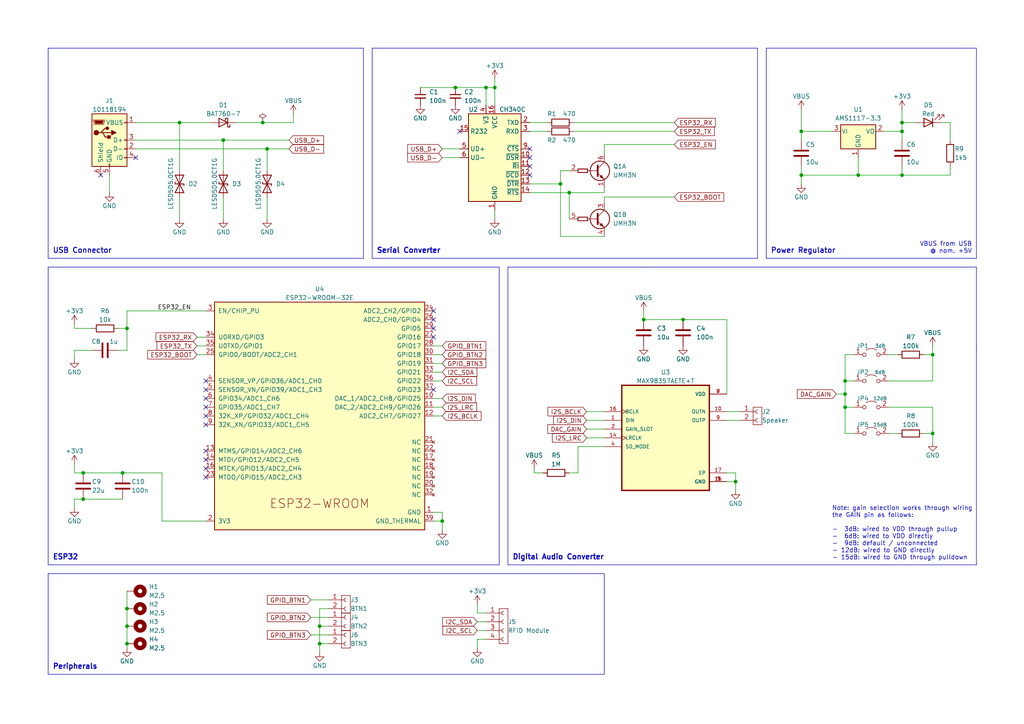
<source format=kicad_sch>
(kicad_sch (version 20230121) (generator eeschema)
  (paper "A4")
  (title_block (title "Home Assistant") (date "2023-10-22") (rev "1.0"))
  (lib_symbols
    (symbol "Connector:Conn_01x02_Female" (pin_names (offset 1.016) hide)
      (property "Reference" "J" (at 0 2.54 0))
      (property "Value" "Conn_01x02_Female" (at 0 -5.08 0))
      (symbol "Conn_01x02_Female_1_1"
        (pin passive line (at -5.08 0 0) (length 3.81) (name "Pin_1") (number "1"))
        (pin passive line (at -5.08 -2.54 0) (length 3.81) (name "Pin_2") (number "2"))
      )
    )
    (symbol "Connector:Conn_01x04_Female" (pin_names (offset 1.016) hide)
      (property "Reference" "J" (at 0 5.08 0))
      (property "Value" "Conn_01x04_Female" (at 0 -7.62 0))
      (symbol "Conn_01x04_Female_1_1"
        (pin passive line (at -5.08 2.54 0) (length 3.81) (name "Pin_1") (number "1"))
        (pin passive line (at -5.08 0 0) (length 3.81) (name "Pin_2") (number "2"))
        (pin passive line (at -5.08 -2.54 0) (length 3.81) (name "Pin_3") (number "3"))
        (pin passive line (at -5.08 -5.08 0) (length 3.81) (name "Pin_4") (number "4"))
      )
    )
    (symbol "Connector:USB_B_Micro" (pin_names (offset 1.016))
      (property "Reference" "J" (at -5.08 11.43 0))
      (property "Value" "USB_B_Micro" (at -5.08 8.89 0))
      (symbol "USB_B_Micro_1_1"
        (pin power_out line (at 7.62 5.08 180) (length 2.54) (name "VBUS") (number "1"))
        (pin bidirectional line (at 7.62 -2.54 180) (length 2.54) (name "D-") (number "2"))
        (pin bidirectional line (at 7.62 0 180) (length 2.54) (name "D+") (number "3"))
        (pin passive line (at 7.62 -5.08 180) (length 2.54) (name "ID") (number "4"))
        (pin power_out line (at 0 -10.16 90) (length 2.54) (name "GND") (number "5"))
        (pin passive line (at -2.54 -10.16 90) (length 2.54) (name "Shield") (number "6"))
      )
    )
    (symbol "Device:C" (pin_numbers hide) (pin_names (offset 0.254))
      (property "Reference" "C" (at 0.635 2.54 0))
      (property "Value" "C" (at 0.635 -2.54 0))
      (symbol "C_1_1"
        (pin passive line (at 0 3.81 270) (length 2.794) (name "~") (number "1"))
        (pin passive line (at 0 -3.81 90) (length 2.794) (name "~") (number "2"))
      )
    )
    (symbol "Device:C_Small" (pin_numbers hide) (pin_names (offset 0.254) hide)
      (property "Reference" "C" (at 0.254 1.778 0))
      (property "Value" "C_Small" (at 0.254 -2.032 0))
      (symbol "C_Small_1_1"
        (pin passive line (at 0 2.54 270) (length 2.032) (name "~") (number "1"))
        (pin passive line (at 0 -2.54 90) (length 2.032) (name "~") (number "2"))
      )
    )
    (symbol "Device:D_Schottky" (pin_numbers hide) (pin_names (offset 1.016) hide)
      (property "Reference" "D" (at 0 2.54 0))
      (property "Value" "D_Schottky" (at 0 -2.54 0))
      (symbol "D_Schottky_1_1"
        (pin passive line (at -3.81 0 0) (length 2.54) (name "K") (number "1"))
        (pin passive line (at 3.81 0 180) (length 2.54) (name "A") (number "2"))
      )
    )
    (symbol "Device:D_TVS" (pin_numbers hide) (pin_names (offset 1.016) hide)
      (property "Reference" "D" (at 0 2.54 0))
      (property "Value" "D_TVS" (at 0 -2.54 0))
      (symbol "D_TVS_1_1"
        (pin passive line (at -3.81 0 0) (length 2.54) (name "A1") (number "1"))
        (pin passive line (at 3.81 0 180) (length 2.54) (name "A2") (number "2"))
      )
    )
    (symbol "Device:LED" (pin_numbers hide) (pin_names (offset 1.016) hide)
      (property "Reference" "D" (at 0 2.54 0))
      (property "Value" "LED" (at 0 -2.54 0))
      (symbol "LED_1_1"
        (pin passive line (at -3.81 0 0) (length 2.54) (name "K") (number "1"))
        (pin passive line (at 3.81 0 180) (length 2.54) (name "A") (number "2"))
      )
    )
    (symbol "Device:R" (pin_numbers hide) (pin_names (offset 0))
      (property "Reference" "R" (at 2.032 0 90))
      (property "Value" "R" (at 0 0 90))
      (symbol "R_1_1"
        (pin passive line (at 0 3.81 270) (length 1.27) (name "~") (number "1"))
        (pin passive line (at 0 -3.81 90) (length 1.27) (name "~") (number "2"))
      )
    )
    (symbol "Espressif:ESP32-WROOM-E" (pin_names (offset 1.016))
      (property "Reference" "U" (at -30.48 38.1 0))
      (property "Value" "ESP32-WROOM-E" (at -30.48 35.56 0))
      (symbol "ESP32-WROOM-E_1_1"
        (text "ESP32-­WROOM­" (at 0 -25.4 0) (effects (font (size 2.54 2.54))))
        (pin power_in line (at 33.02 -27.94 180) (length 2.54) (name "GND") (number "1"))
        (pin bidirectional line (at 33.02 5.08 180) (length 2.54) (name "DAC_1/ADC2_CH8/GPIO25") (number "10"))
        (pin bidirectional line (at 33.02 2.54 180) (length 2.54) (name "DAC_2/ADC2_CH9/GPIO26") (number "11"))
        (pin bidirectional line (at 33.02 0 180) (length 2.54) (name "ADC2_CH7/GPIO27") (number "12"))
        (pin bidirectional line (at -33.02 -10.16 0) (length 2.54) (name "MTMS/GPIO14/ADC2_CH6") (number "13"))
        (pin bidirectional line (at -33.02 -12.7 0) (length 2.54) (name "MTDI/GPIO12/ADC2_CH5") (number "14"))
        (pin passive line (at 33.02 -27.94 180) (length 2.54) hide (name "GND") (number "15"))
        (pin bidirectional line (at -33.02 -15.24 0) (length 2.54) (name "MTCK/GPIO13/ADC2_CH4") (number "16"))
        (pin no_connect line (at 33.02 -12.7 180) (length 2.54) (name "NC") (number "17"))
        (pin no_connect line (at 33.02 -15.24 180) (length 2.54) (name "NC") (number "18"))
        (pin no_connect line (at 33.02 -17.78 180) (length 2.54) (name "NC") (number "19"))
        (pin power_in line (at -33.02 -30.48 0) (length 2.54) (name "3V3") (number "2"))
        (pin no_connect line (at 33.02 -20.32 180) (length 2.54) (name "NC") (number "20"))
        (pin no_connect line (at 33.02 -7.62 180) (length 2.54) (name "NC") (number "21"))
        (pin no_connect line (at 33.02 -10.16 180) (length 2.54) (name "NC") (number "22"))
        (pin bidirectional line (at -33.02 -17.78 0) (length 2.54) (name "MTDO/GPIO15/ADC2_CH3") (number "23"))
        (pin bidirectional line (at 33.02 30.48 180) (length 2.54) (name "ADC2_CH2/GPIO2") (number "24"))
        (pin bidirectional line (at -33.02 17.78 0) (length 2.54) (name "GPIO0/BOOT/ADC2_CH1") (number "25"))
        (pin bidirectional line (at 33.02 27.94 180) (length 2.54) (name "ADC2_CH0/GPIO4") (number "26"))
        (pin bidirectional line (at 33.02 22.86 180) (length 2.54) (name "GPIO16") (number "27"))
        (pin bidirectional line (at 33.02 20.32 180) (length 2.54) (name "GPIO17") (number "28"))
        (pin bidirectional line (at 33.02 25.4 180) (length 2.54) (name "GPIO5") (number "29"))
        (pin input line (at -33.02 30.48 0) (length 2.54) (name "EN/CHIP_PU") (number "3"))
        (pin bidirectional line (at 33.02 17.78 180) (length 2.54) (name "GPIO18") (number "30"))
        (pin bidirectional line (at 33.02 15.24 180) (length 2.54) (name "GPIO19") (number "31"))
        (pin no_connect line (at 33.02 -22.86 180) (length 2.54) (name "NC") (number "32"))
        (pin bidirectional line (at 33.02 12.7 180) (length 2.54) (name "GPIO21") (number "33"))
        (pin bidirectional line (at -33.02 22.86 0) (length 2.54) (name "U0RXD/GPIO3") (number "34"))
        (pin bidirectional line (at -33.02 20.32 0) (length 2.54) (name "U0TXD/GPIO1") (number "35"))
        (pin bidirectional line (at 33.02 10.16 180) (length 2.54) (name "GPIO22") (number "36"))
        (pin bidirectional line (at 33.02 7.62 180) (length 2.54) (name "GPIO23") (number "37"))
        (pin passive line (at 33.02 -27.94 180) (length 2.54) hide (name "GND") (number "38"))
        (pin power_in line (at 33.02 -30.48 180) (length 2.54) (name "GND_THERMAL") (number "39"))
        (pin input line (at -33.02 10.16 0) (length 2.54) (name "SENSOR_VP/GPIO36/ADC1_CH0") (number "4"))
        (pin input line (at -33.02 7.62 0) (length 2.54) (name "SENSOR_VN/GPIO39/ADC1_CH3") (number "5"))
        (pin input line (at -33.02 5.08 0) (length 2.54) (name "GPIO34/ADC1_CH6") (number "6"))
        (pin input line (at -33.02 2.54 0) (length 2.54) (name "GPIO35/ADC1_CH7") (number "7"))
        (pin bidirectional line (at -33.02 0 0) (length 2.54) (name "32K_XP/GPIO32/ADC1_CH4") (number "8"))
        (pin bidirectional line (at -33.02 -2.54 0) (length 2.54) (name "32K_XN/GPIO33/ADC1_CH5") (number "9"))
      )
    )
    (symbol "Interface_USB:CH340C"
      (property "Reference" "U" (at -5.08 13.97 0))
      (property "Value" "CH340C" (at 1.27 13.97 0))
      (symbol "CH340C_1_1"
        (pin power_in line (at 0 -15.24 90) (length 2.54) (name "GND") (number "1"))
        (pin input line (at 10.16 0 180) (length 2.54) (name "~{DSR}") (number "10"))
        (pin input line (at 10.16 -2.54 180) (length 2.54) (name "~{RI}") (number "11"))
        (pin input line (at 10.16 -5.08 180) (length 2.54) (name "~{DCD}") (number "12"))
        (pin output line (at 10.16 -7.62 180) (length 2.54) (name "~{DTR}") (number "13"))
        (pin output line (at 10.16 -10.16 180) (length 2.54) (name "~{RTS}") (number "14"))
        (pin input line (at -10.16 7.62 0) (length 2.54) (name "R232") (number "15"))
        (pin power_in line (at 0 15.24 270) (length 2.54) (name "VCC") (number "16"))
        (pin output line (at 10.16 10.16 180) (length 2.54) (name "TXD") (number "2"))
        (pin input line (at 10.16 7.62 180) (length 2.54) (name "RXD") (number "3"))
        (pin passive line (at -2.54 15.24 270) (length 2.54) (name "V3") (number "4"))
        (pin bidirectional line (at -10.16 2.54 0) (length 2.54) (name "UD+") (number "5"))
        (pin bidirectional line (at -10.16 0 0) (length 2.54) (name "UD-") (number "6"))
        (pin no_connect line (at -7.62 -7.62 0) (length 2.54) hide (name "NC") (number "7"))
        (pin no_connect line (at -7.62 -10.16 0) (length 2.54) hide (name "NC") (number "8"))
        (pin input line (at 10.16 2.54 180) (length 2.54) (name "~{CTS}") (number "9"))
      )
    )
    (symbol "Jumper:Jumper_2_Open" (pin_names (offset 0) hide)
      (property "Reference" "JP" (at 0 2.794 0))
      (property "Value" "Jumper_2_Open" (at 0 -2.286 0))
      (symbol "Jumper_2_Open_1_1"
        (pin passive line (at -5.08 0 0) (length 2.54) (name "A") (number "1"))
        (pin passive line (at 5.08 0 180) (length 2.54) (name "B") (number "2"))
      )
    )
    (symbol "MAX98357AETE_T:MAX98357AETE+T" (pin_names (offset 1.016))
      (property "Reference" "U" (at -12.7 16.2306 0))
      (property "Value" "MAX98357AETE+T" (at -12.7 -19.2278 0))
      (symbol "MAX98357AETE+T_0_0"
        (pin input line (at -17.78 5.08 0) (length 5.08) (name "DIN") (number "1"))
        (pin output line (at 17.78 7.62 180) (length 5.08) (name "OUTN") (number "10"))
        (pin power_in line (at 17.78 -12.7 180) (length 5.08) (name "GND") (number "11"))
        (pin input clock (at -17.78 0 0) (length 5.08) (name "LRCLK") (number "14"))
        (pin power_in line (at 17.78 -12.7 180) (length 5.08) (name "GND") (number "15"))
        (pin input clock (at -17.78 7.62 0) (length 5.08) (name "BCLK") (number "16"))
        (pin power_in line (at 17.78 -10.16 180) (length 5.08) (name "EP") (number "17"))
        (pin input line (at -17.78 2.54 0) (length 5.08) (name "GAIN_SLOT") (number "2"))
        (pin power_in line (at 17.78 -12.7 180) (length 5.08) (name "GND") (number "3"))
        (pin input line (at -17.78 -2.54 0) (length 5.08) (name "SD_MODE") (number "4"))
        (pin power_in line (at 17.78 12.7 180) (length 5.08) (name "VDD") (number "7"))
        (pin power_in line (at 17.78 12.7 180) (length 5.08) (name "VDD") (number "8"))
        (pin output line (at 17.78 5.08 180) (length 5.08) (name "OUTP") (number "9"))
      )
    )
    (symbol "Mechanical:MountingHole_Pad" (pin_numbers hide) (pin_names (offset 1.016) hide)
      (property "Reference" "H" (at 0 6.35 0))
      (property "Value" "MountingHole_Pad" (at 0 4.445 0))
      (symbol "MountingHole_Pad_1_1"
        (pin input line (at 0 -2.54 90) (length 2.54) (name "1") (number "1"))
      )
    )
    (symbol "Power_Protection:USBLC6-2SC6" (pin_names hide)
      (property "Reference" "U" (at 2.54 8.89 0))
      (property "Value" "USBLC6-2SC6" (at 2.54 -8.89 0))
      (symbol "USBLC6-2SC6_1_1"
        (pin passive line (at -10.16 -2.54 0) (length 2.54) (name "I/O1") (number "1"))
        (pin passive line (at 0 -10.16 90) (length 2.54) (name "GND") (number "2"))
        (pin passive line (at 10.16 -2.54 180) (length 2.54) (name "I/O2") (number "3"))
        (pin passive line (at 10.16 2.54 180) (length 2.54) (name "I/O2") (number "4"))
        (pin passive line (at 0 10.16 270) (length 2.54) (name "VBUS") (number "5"))
        (pin passive line (at -10.16 2.54 0) (length 2.54) (name "I/O1") (number "6"))
      )
    )
    (symbol "Regulator_Linear:AMS1117-3.3" (pin_names (offset 0.254))
      (property "Reference" "U" (at -3.81 3.175 0))
      (property "Value" "AMS1117-3.3" (at 0 3.175 0))
      (symbol "AMS1117-3.3_1_1"
        (pin power_in line (at 0 -7.62 90) (length 2.54) (name "GND") (number "1"))
        (pin power_out line (at 7.62 0 180) (length 2.54) (name "VO") (number "2"))
        (pin power_in line (at -7.62 0 0) (length 2.54) (name "VI") (number "3"))
      )
    )
    (symbol "Transistor_BJT:UMH3N" (pin_names hide)
      (property "Reference" "Q" (at 7.62 1.27 0))
      (property "Value" "UMH3N" (at 7.62 -1.27 0))
      (symbol "UMH3N_1_1"
        (pin passive line (at 5.08 -5.08 90) (length 2.54) (name "E1") (number "1"))
        (pin input line (at -5.08 0 0) (length 2.54) (name "B1") (number "2"))
        (pin passive line (at 5.08 5.08 270) (length 2.54) (name "C1") (number "6"))
      )
      (symbol "UMH3N_2_1"
        (pin passive line (at 5.08 5.08 270) (length 2.54) (name "C2") (number "3"))
        (pin passive line (at 5.08 -5.08 90) (length 2.54) (name "E2") (number "4"))
        (pin input line (at -5.08 0 0) (length 2.54) (name "B2") (number "5"))
      )
    )
    (symbol "power:+3V3" (power) (pin_names (offset 0))
      (property "Value" "+3V3" (at 0 3.556 0))
      (symbol "+3V3_1_1"
        (pin power_in line (at 0 0 90) (length 0) hide (name "+3V3") (number "1"))
      )
    )
    (symbol "power:GND" (power) (pin_names (offset 0))
      (property "Value" "GND" (at 0 -3.81 0))
      (symbol "GND_1_1"
        (pin power_in line (at 0 0 270) (length 0) hide (name "GND") (number "1"))
      )
    )
    (symbol "power:PWR_FLAG" (power) (pin_numbers hide) (pin_names (offset 0) hide)
      (property "Value" "PWR_FLAG" (at 0 3.81 0))
      (symbol "PWR_FLAG_0_0"
        (pin power_out line (at 0 0 90) (length 0) (name "pwr") (number "1"))
      )
    )
    (symbol "power:VBUS" (power) (pin_names (offset 0))
      (property "Value" "VBUS" (at 0 3.81 0))
      (symbol "VBUS_1_1"
        (pin power_in line (at 0 0 90) (length 0) hide (name "VBUS") (number "1"))
      )
    )
  )
  (junction (at 245.11 118.11))
  (junction (at 245.11 110.49))
  (junction (at 77.47 43.18))
  (junction (at 140.97 25.4))
  (junction (at 261.62 50.8))
  (junction (at 128.27 151.13))
  (junction (at 36.83 186.69))
  (junction (at 213.36 139.7))
  (junction (at 36.83 181.61))
  (junction (at 24.13 137.16))
  (junction (at 36.83 176.53))
  (junction (at 35.56 137.16))
  (junction (at 261.62 38.1))
  (junction (at 232.41 38.1))
  (junction (at 92.71 181.61))
  (junction (at 132.08 25.4))
  (junction (at 261.62 35.56))
  (junction (at 52.07 35.56))
  (junction (at 36.83 95.25))
  (junction (at 245.11 114.3))
  (junction (at 270.51 102.87))
  (junction (at 270.51 125.73))
  (junction (at 248.92 50.8))
  (junction (at 232.41 50.8))
  (junction (at 92.71 186.69))
  (junction (at 162.56 53.34))
  (junction (at 186.69 92.71))
  (junction (at 198.12 92.71))
  (junction (at 143.51 25.4))
  (junction (at 24.13 144.78))
  (junction (at 76.2 35.56))
  (junction (at 165.1 55.88))
  (junction (at 64.77 40.64))
  (no_connect (at 153.67 50.8))
  (no_connect (at 59.69 135.89))
  (no_connect (at 125.73 90.17))
  (no_connect (at 153.67 43.18))
  (no_connect (at 125.73 97.79))
  (no_connect (at 153.67 48.26))
  (no_connect (at 133.35 38.1))
  (no_connect (at 59.69 130.81))
  (no_connect (at 59.69 120.65))
  (no_connect (at 125.73 113.03))
  (no_connect (at 59.69 138.43))
  (no_connect (at 153.67 45.72))
  (no_connect (at 29.21 50.8))
  (no_connect (at 59.69 113.03))
  (no_connect (at 59.69 133.35))
  (no_connect (at 125.73 95.25))
  (no_connect (at 59.69 123.19))
  (no_connect (at 59.69 115.57))
  (no_connect (at 125.73 92.71))
  (no_connect (at 39.37 45.72))
  (no_connect (at 59.69 118.11))
  (no_connect (at 59.69 110.49))
  (wire (pts (xy 52.07 35.56) (xy 60.96 35.56)))
  (wire (pts (xy 57.15 102.87) (xy 59.69 102.87)))
  (wire (pts (xy 64.77 40.64) (xy 64.77 49.53)))
  (wire (pts (xy 77.47 43.18) (xy 77.47 49.53)))
  (wire (pts (xy 92.71 181.61) (xy 92.71 186.69)))
  (polyline (pts (xy 218.44 118.11) (xy 218.44 123.19)) (stroke (width 0) (type solid) (color 132 0 0 1)))
  (wire (pts (xy 46.99 151.13) (xy 59.69 151.13)))
  (wire (pts (xy 90.17 184.15) (xy 95.25 184.15)))
  (wire (pts (xy 121.92 25.4) (xy 132.08 25.4)))
  (wire (pts (xy 162.56 53.34) (xy 162.56 68.58)))
  (wire (pts (xy 143.51 22.86) (xy 143.51 25.4)))
  (polyline (pts (xy 220.98 123.19) (xy 220.98 118.11)) (stroke (width 0) (type solid) (color 132 0 0 1)))
  (polyline (pts (xy 13.97 13.97) (xy 105.41 13.97)))
  (wire (pts (xy 270.51 102.87) (xy 270.51 110.49)))
  (wire (pts (xy 128.27 43.18) (xy 133.35 43.18)))
  (wire (pts (xy 165.1 49.53) (xy 162.56 49.53)))
  (wire (pts (xy 210.82 139.7) (xy 213.36 139.7)))
  (wire (pts (xy 64.77 40.64) (xy 83.82 40.64)))
  (wire (pts (xy 232.41 40.64) (xy 232.41 38.1)))
  (polyline (pts (xy 218.44 118.11) (xy 220.98 118.11)) (stroke (width 0) (type solid) (color 132 0 0 1)))
  (wire (pts (xy 261.62 50.8) (xy 275.59 50.8)))
  (wire (pts (xy 21.59 101.6) (xy 21.59 104.14)))
  (polyline (pts (xy 144.78 163.83) (xy 13.97 163.83)))
  (wire (pts (xy 21.59 144.78) (xy 21.59 147.32)))
  (wire (pts (xy 245.11 110.49) (xy 245.11 114.3)))
  (wire (pts (xy 245.11 114.3) (xy 245.11 118.11)))
  (wire (pts (xy 140.97 30.48) (xy 140.97 25.4)))
  (wire (pts (xy 198.12 92.71) (xy 210.82 92.71)))
  (wire (pts (xy 270.51 128.27) (xy 270.51 125.73)))
  (wire (pts (xy 157.48 137.16) (xy 154.94 137.16)))
  (wire (pts (xy 128.27 153.67) (xy 128.27 151.13)))
  (polyline (pts (xy 99.06 182.88) (xy 101.6 182.88)) (stroke (width 0) (type solid) (color 132 0 0 1)))
  (wire (pts (xy 34.29 101.6) (xy 36.83 101.6)))
  (polyline (pts (xy 219.71 13.97) (xy 219.71 74.93)))
  (polyline (pts (xy 144.78 176.53) (xy 144.78 186.69)) (stroke (width 0) (type solid) (color 132 0 0 1)))
  (polyline (pts (xy 147.32 163.83) (xy 147.32 77.47)))
  (wire (pts (xy 138.43 187.96) (xy 138.43 185.42)))
  (wire (pts (xy 267.97 125.73) (xy 270.51 125.73)))
  (wire (pts (xy 175.26 54.61) (xy 175.26 55.88)))
  (wire (pts (xy 214.63 121.92) (xy 210.82 121.92)))
  (wire (pts (xy 36.83 187.96) (xy 36.83 186.69)))
  (wire (pts (xy 175.26 58.42) (xy 175.26 57.15)))
  (polyline (pts (xy 219.71 74.93) (xy 107.95 74.93)))
  (wire (pts (xy 128.27 115.57) (xy 125.73 115.57)))
  (polyline (pts (xy 99.06 177.8) (xy 101.6 177.8)) (stroke (width 0) (type solid) (color 132 0 0 1)))
  (wire (pts (xy 167.64 129.54) (xy 167.64 137.16)))
  (wire (pts (xy 166.37 38.1) (xy 195.58 38.1)))
  (polyline (pts (xy 218.44 123.19) (xy 220.98 123.19)) (stroke (width 0) (type solid) (color 132 0 0 1)))
  (wire (pts (xy 24.13 137.16) (xy 35.56 137.16)))
  (wire (pts (xy 210.82 114.3) (xy 210.82 92.71)))
  (wire (pts (xy 275.59 48.26) (xy 275.59 50.8)))
  (wire (pts (xy 175.26 44.45) (xy 175.26 41.91)))
  (wire (pts (xy 143.51 30.48) (xy 143.51 25.4)))
  (wire (pts (xy 267.97 102.87) (xy 270.51 102.87)))
  (wire (pts (xy 39.37 40.64) (xy 64.77 40.64)))
  (wire (pts (xy 21.59 137.16) (xy 24.13 137.16)))
  (wire (pts (xy 257.81 118.11) (xy 270.51 118.11)))
  (wire (pts (xy 138.43 185.42) (xy 140.97 185.42)))
  (polyline (pts (xy 283.21 74.93) (xy 222.25 74.93)))
  (wire (pts (xy 153.67 55.88) (xy 165.1 55.88)))
  (polyline (pts (xy 105.41 74.93) (xy 13.97 74.93)))
  (wire (pts (xy 128.27 120.65) (xy 125.73 120.65)))
  (wire (pts (xy 165.1 55.88) (xy 175.26 55.88)))
  (wire (pts (xy 26.67 101.6) (xy 21.59 101.6)))
  (wire (pts (xy 158.75 38.1) (xy 153.67 38.1)))
  (wire (pts (xy 143.51 63.5) (xy 143.51 60.96)))
  (wire (pts (xy 52.07 57.15) (xy 52.07 63.5)))
  (wire (pts (xy 92.71 176.53) (xy 92.71 181.61)))
  (wire (pts (xy 26.67 95.25) (xy 21.59 95.25)))
  (wire (pts (xy 232.41 38.1) (xy 241.3 38.1)))
  (polyline (pts (xy 222.25 13.97) (xy 222.25 74.93)))
  (wire (pts (xy 138.43 175.26) (xy 138.43 177.8)))
  (polyline (pts (xy 101.6 172.72) (xy 101.6 177.8)) (stroke (width 0) (type solid) (color 132 0 0 1)))
  (wire (pts (xy 170.18 124.46) (xy 175.26 124.46)))
  (polyline (pts (xy 101.6 182.88) (xy 101.6 187.96)) (stroke (width 0) (type solid) (color 132 0 0 1)))
  (wire (pts (xy 245.11 118.11) (xy 245.11 125.73)))
  (wire (pts (xy 261.62 48.26) (xy 261.62 50.8)))
  (wire (pts (xy 77.47 43.18) (xy 83.82 43.18)))
  (wire (pts (xy 128.27 110.49) (xy 125.73 110.49)))
  (wire (pts (xy 170.18 127) (xy 175.26 127)))
  (wire (pts (xy 248.92 50.8) (xy 261.62 50.8)))
  (wire (pts (xy 132.08 25.4) (xy 140.97 25.4)))
  (wire (pts (xy 92.71 186.69) (xy 92.71 189.23)))
  (wire (pts (xy 214.63 119.38) (xy 210.82 119.38)))
  (wire (pts (xy 213.36 137.16) (xy 213.36 139.7)))
  (wire (pts (xy 175.26 41.91) (xy 195.58 41.91)))
  (wire (pts (xy 154.94 135.89) (xy 154.94 137.16)))
  (wire (pts (xy 248.92 45.72) (xy 248.92 50.8)))
  (wire (pts (xy 140.97 25.4) (xy 143.51 25.4)))
  (wire (pts (xy 242.57 114.3) (xy 245.11 114.3)))
  (wire (pts (xy 257.81 125.73) (xy 260.35 125.73)))
  (wire (pts (xy 57.15 100.33) (xy 59.69 100.33)))
  (wire (pts (xy 36.83 90.17) (xy 59.69 90.17)))
  (wire (pts (xy 128.27 118.11) (xy 125.73 118.11)))
  (polyline (pts (xy 175.26 166.37) (xy 175.26 195.58)))
  (wire (pts (xy 232.41 50.8) (xy 232.41 53.34)))
  (wire (pts (xy 36.83 181.61) (xy 36.83 186.69)))
  (polyline (pts (xy 107.95 74.93) (xy 107.95 13.97)))
  (wire (pts (xy 170.18 121.92) (xy 175.26 121.92)))
  (wire (pts (xy 210.82 137.16) (xy 213.36 137.16)))
  (wire (pts (xy 245.11 110.49) (xy 247.65 110.49)))
  (wire (pts (xy 213.36 139.7) (xy 213.36 142.24)))
  (wire (pts (xy 128.27 105.41) (xy 125.73 105.41)))
  (wire (pts (xy 36.83 95.25) (xy 36.83 90.17)))
  (wire (pts (xy 35.56 137.16) (xy 46.99 137.16)))
  (polyline (pts (xy 101.6 187.96) (xy 99.06 187.96)) (stroke (width 0) (type solid) (color 132 0 0 1)))
  (wire (pts (xy 273.05 35.56) (xy 275.59 35.56)))
  (wire (pts (xy 167.64 137.16) (xy 165.1 137.16)))
  (wire (pts (xy 245.11 118.11) (xy 247.65 118.11)))
  (wire (pts (xy 36.83 95.25) (xy 36.83 101.6)))
  (wire (pts (xy 52.07 35.56) (xy 52.07 49.53)))
  (polyline (pts (xy 99.06 177.8) (xy 99.06 182.88)) (stroke (width 0) (type solid) (color 132 0 0 1)))
  (wire (pts (xy 275.59 35.56) (xy 275.59 40.64)))
  (polyline (pts (xy 13.97 13.97) (xy 13.97 74.93)))
  (wire (pts (xy 270.51 100.33) (xy 270.51 102.87)))
  (polyline (pts (xy 283.21 13.97) (xy 283.21 74.93)))
  (wire (pts (xy 270.51 118.11) (xy 270.51 125.73)))
  (wire (pts (xy 165.1 55.88) (xy 165.1 63.5)))
  (polyline (pts (xy 99.06 177.8) (xy 101.6 177.8)) (stroke (width 0) (type solid) (color 132 0 0 1)))
  (wire (pts (xy 92.71 181.61) (xy 95.25 181.61)))
  (polyline (pts (xy 144.78 77.47) (xy 144.78 163.83)))
  (polyline (pts (xy 13.97 166.37) (xy 13.97 195.58)))
  (wire (pts (xy 90.17 179.07) (xy 95.25 179.07)))
  (wire (pts (xy 21.59 134.62) (xy 21.59 137.16)))
  (wire (pts (xy 68.58 35.56) (xy 76.2 35.56)))
  (wire (pts (xy 128.27 148.59) (xy 128.27 151.13)))
  (polyline (pts (xy 99.06 177.8) (xy 99.06 172.72)) (stroke (width 0) (type solid) (color 132 0 0 1)))
  (wire (pts (xy 167.64 129.54) (xy 175.26 129.54)))
  (wire (pts (xy 257.81 102.87) (xy 260.35 102.87)))
  (polyline (pts (xy 99.06 172.72) (xy 101.6 172.72)) (stroke (width 0) (type solid) (color 132 0 0 1)))
  (wire (pts (xy 175.26 68.58) (xy 162.56 68.58)))
  (wire (pts (xy 245.11 125.73) (xy 247.65 125.73)))
  (wire (pts (xy 125.73 151.13) (xy 128.27 151.13)))
  (polyline (pts (xy 99.06 182.88) (xy 99.06 187.96)) (stroke (width 0) (type solid) (color 132 0 0 1)))
  (polyline (pts (xy 101.6 182.88) (xy 99.06 182.88)) (stroke (width 0) (type solid) (color 132 0 0 1)))
  (wire (pts (xy 128.27 107.95) (xy 125.73 107.95)))
  (wire (pts (xy 36.83 171.45) (xy 36.83 176.53)))
  (wire (pts (xy 57.15 97.79) (xy 59.69 97.79)))
  (polyline (pts (xy 13.97 77.47) (xy 13.97 163.83)))
  (wire (pts (xy 138.43 180.34) (xy 140.97 180.34)))
  (wire (pts (xy 170.18 119.38) (xy 175.26 119.38)))
  (wire (pts (xy 261.62 35.56) (xy 261.62 38.1)))
  (wire (pts (xy 34.29 95.25) (xy 36.83 95.25)))
  (wire (pts (xy 153.67 53.34) (xy 162.56 53.34)))
  (wire (pts (xy 90.17 173.99) (xy 95.25 173.99)))
  (wire (pts (xy 85.09 35.56) (xy 85.09 33.02)))
  (polyline (pts (xy 283.21 100.33) (xy 283.21 163.83)))
  (wire (pts (xy 95.25 176.53) (xy 92.71 176.53)))
  (wire (pts (xy 125.73 148.59) (xy 128.27 148.59)))
  (wire (pts (xy 31.75 55.88) (xy 31.75 50.8)))
  (polyline (pts (xy 283.21 163.83) (xy 147.32 163.83)))
  (wire (pts (xy 257.81 110.49) (xy 270.51 110.49)))
  (wire (pts (xy 76.2 35.56) (xy 85.09 35.56)))
  (wire (pts (xy 175.26 57.15) (xy 195.58 57.15)))
  (polyline (pts (xy 283.21 77.47) (xy 186.69 77.47)))
  (wire (pts (xy 64.77 57.15) (xy 64.77 63.5)))
  (wire (pts (xy 128.27 100.33) (xy 125.73 100.33)))
  (polyline (pts (xy 175.26 195.58) (xy 13.97 195.58)))
  (wire (pts (xy 248.92 50.8) (xy 232.41 50.8)))
  (wire (pts (xy 158.75 35.56) (xy 153.67 35.56)))
  (wire (pts (xy 261.62 35.56) (xy 265.43 35.56)))
  (wire (pts (xy 232.41 31.75) (xy 232.41 38.1)))
  (wire (pts (xy 245.11 102.87) (xy 245.11 110.49)))
  (wire (pts (xy 36.83 176.53) (xy 36.83 181.61)))
  (wire (pts (xy 138.43 182.88) (xy 140.97 182.88)))
  (polyline (pts (xy 144.78 176.53) (xy 147.32 176.53)) (stroke (width 0) (type solid) (color 132 0 0 1)))
  (polyline (pts (xy 13.97 166.37) (xy 175.26 166.37)))
  (wire (pts (xy 256.54 38.1) (xy 261.62 38.1)))
  (wire (pts (xy 232.41 50.8) (xy 232.41 48.26)))
  (wire (pts (xy 21.59 95.25) (xy 21.59 93.98)))
  (wire (pts (xy 140.97 177.8) (xy 138.43 177.8)))
  (polyline (pts (xy 186.69 77.47) (xy 186.69 77.47)))
  (polyline (pts (xy 147.32 77.47) (xy 186.69 77.47)))
  (wire (pts (xy 92.71 186.69) (xy 95.25 186.69)))
  (wire (pts (xy 24.13 144.78) (xy 21.59 144.78)))
  (wire (pts (xy 186.69 90.17) (xy 186.69 92.71)))
  (wire (pts (xy 24.13 144.78) (xy 35.56 144.78)))
  (polyline (pts (xy 101.6 177.8) (xy 101.6 182.88)) (stroke (width 0) (type solid) (color 132 0 0 1)))
  (wire (pts (xy 162.56 49.53) (xy 162.56 53.34)))
  (wire (pts (xy 128.27 102.87) (xy 125.73 102.87)))
  (polyline (pts (xy 222.25 13.97) (xy 283.21 13.97)))
  (wire (pts (xy 39.37 35.56) (xy 52.07 35.56)))
  (polyline (pts (xy 147.32 186.69) (xy 147.32 176.53)) (stroke (width 0) (type solid) (color 132 0 0 1)))
  (wire (pts (xy 247.65 102.87) (xy 245.11 102.87)))
  (polyline (pts (xy 144.78 186.69) (xy 147.32 186.69)) (stroke (width 0) (type solid) (color 132 0 0 1)))
  (wire (pts (xy 46.99 137.16) (xy 46.99 151.13)))
  (wire (pts (xy 39.37 43.18) (xy 77.47 43.18)))
  (wire (pts (xy 166.37 35.56) (xy 195.58 35.56)))
  (polyline (pts (xy 107.95 13.97) (xy 219.71 13.97)))
  (polyline (pts (xy 105.41 13.97) (xy 105.41 74.93)))
  (wire (pts (xy 261.62 38.1) (xy 261.62 40.64)))
  (wire (pts (xy 261.62 31.75) (xy 261.62 35.56)))
  (wire (pts (xy 186.69 92.71) (xy 198.12 92.71)))
  (wire (pts (xy 128.27 45.72) (xy 133.35 45.72)))
  (polyline (pts (xy 13.97 77.47) (xy 144.78 77.47)))
  (wire (pts (xy 77.47 57.15) (xy 77.47 63.5)))
  (polyline (pts (xy 283.21 100.33) (xy 283.21 77.47)))
  (text "Digital Audio Converter" (at 148.59 162.56 0) (effects (font (size 1.5 1.5) bold) (justify left bottom)))
  (text "Note: gain selection works through wiring\nthe GAIN pin as follows:\n\n-  3dB: wired to VDD through pullup\n-  6dB: wired to VDD directly\n-  9dB: default / unconnected\n- 12dB: wired to GND directly\n- 15dB: wired to GND through pulldown" (at 241.3 162.56 0) (effects (font (size 1.27 1.27)) (justify left bottom)))
  (text "ESP32" (at 15.24 162.56 0) (effects (font (size 1.5 1.5) (thickness 0.3) bold) (justify left bottom)))
  (text "USB Connector" (at 15.24 73.66 0) (effects (font (size 1.5 1.5) (thickness 0.254) bold) (justify left bottom)))
  (text "VBUS from USB\n@ nom. +5V" (at 281.94 73.66 0) (effects (font (size 1.27 1.27)) (justify right bottom)))
  (text "Changes:\n\n- Switched 2x S8050 in programming circuit for UMH3" (at 307.34 16.51 0) (effects (font (size 1.27 1.27)) (justify left bottom)))
  (text "Power Regulator" (at 223.52 73.66 0) (effects (font (size 1.5 1.5) (thickness 0.254) bold) (justify left bottom)))
  (text "Serial Converter" (at 109.22 73.66 0) (effects (font (size 1.5 1.5) (thickness 0.3) bold) (justify left bottom)))
  (text "Peripherals" (at 15.24 194.31 0) (effects (font (size 1.5 1.5) (thickness 0.3) bold) (justify left bottom)))
  (label "ESP32_EN" (at 45.72 90.17 0))
  (global_label "I2S_LRC" (shape input) (at 128.27 118.11 0) (property "Intersheetrefs" "${INTERSHEET_REFS}" (effects hide)))
  (global_label "GPIO_BTN3" (shape input) (at 90.17 184.15 180) (property "Intersheetrefs" "${INTERSHEET_REFS}" (effects hide)))
  (global_label "DAC_GAIN" (shape input) (at 170.18 124.46 180) (property "Intersheetrefs" "${INTERSHEET_REFS}" (effects hide)))
  (global_label "I2S_DIN" (shape input) (at 128.27 115.57 0) (property "Intersheetrefs" "${INTERSHEET_REFS}" (effects hide)))
  (global_label "I2S_BCLK" (shape input) (at 170.18 119.38 180) (property "Intersheetrefs" "${INTERSHEET_REFS}" (effects hide)))
  (global_label "I2S_DIN" (shape input) (at 170.18 121.92 180) (property "Intersheetrefs" "${INTERSHEET_REFS}" (effects hide)))
  (global_label "I2C_SDA" (shape input) (at 138.43 180.34 180) (property "Intersheetrefs" "${INTERSHEET_REFS}" (effects hide)))
  (global_label "USB_D+" (shape input) (at 83.82 40.64 0) (property "Intersheetrefs" "${INTERSHEET_REFS}" (effects hide)))
  (global_label "ESP32_EN" (shape input) (at 195.58 41.91 0) (property "Intersheetrefs" "${INTERSHEET_REFS}" (effects hide)))
  (global_label "ESP32_BOOT" (shape input) (at 195.58 57.15 0) (property "Intersheetrefs" "${INTERSHEET_REFS}" (effects hide)))
  (global_label "ESP32_BOOT" (shape input) (at 57.15 102.87 180) (property "Intersheetrefs" "${INTERSHEET_REFS}" (effects hide)))
  (global_label "USB_D-" (shape input) (at 83.82 43.18 0) (property "Intersheetrefs" "${INTERSHEET_REFS}" (effects hide)))
  (global_label "I2C_SDA" (shape input) (at 128.27 107.95 0) (property "Intersheetrefs" "${INTERSHEET_REFS}" (effects hide)))
  (global_label "I2C_SCL" (shape input) (at 138.43 182.88 180) (property "Intersheetrefs" "${INTERSHEET_REFS}" (effects hide)))
  (global_label "I2S_BCLK" (shape input) (at 128.27 120.65 0) (property "Intersheetrefs" "${INTERSHEET_REFS}" (effects hide)))
  (global_label "GPIO_BTN1" (shape input) (at 128.27 100.33 0) (property "Intersheetrefs" "${INTERSHEET_REFS}" (effects hide)))
  (global_label "I2S_LRC" (shape input) (at 170.18 127 180) (property "Intersheetrefs" "${INTERSHEET_REFS}" (effects hide)))
  (global_label "GPIO_BTN1" (shape input) (at 90.17 173.99 180) (property "Intersheetrefs" "${INTERSHEET_REFS}" (effects hide)))
  (global_label "GPIO_BTN2" (shape input) (at 128.27 102.87 0) (property "Intersheetrefs" "${INTERSHEET_REFS}" (effects hide)))
  (global_label "ESP32_TX" (shape input) (at 195.58 38.1 0) (property "Intersheetrefs" "${INTERSHEET_REFS}" (effects hide)))
  (global_label "USB_D+" (shape input) (at 128.27 43.18 180) (property "Intersheetrefs" "${INTERSHEET_REFS}" (effects hide)))
  (global_label "DAC_GAIN" (shape input) (at 242.57 114.3 180) (property "Intersheetrefs" "${INTERSHEET_REFS}" (effects hide)))
  (global_label "USB_D-" (shape input) (at 128.27 45.72 180) (property "Intersheetrefs" "${INTERSHEET_REFS}" (effects hide)))
  (global_label "I2C_SCL" (shape input) (at 128.27 110.49 0) (property "Intersheetrefs" "${INTERSHEET_REFS}" (effects hide)))
  (global_label "ESP32_RX" (shape input) (at 195.58 35.56 0) (property "Intersheetrefs" "${INTERSHEET_REFS}" (effects hide)))
  (global_label "ESP32_TX" (shape input) (at 57.15 100.33 180) (property "Intersheetrefs" "${INTERSHEET_REFS}" (effects hide)))
  (global_label "ESP32_RX" (shape input) (at 57.15 97.79 180) (property "Intersheetrefs" "${INTERSHEET_REFS}" (effects hide)))
  (global_label "GPIO_BTN2" (shape input) (at 90.17 179.07 180) (property "Intersheetrefs" "${INTERSHEET_REFS}" (effects hide)))
  (global_label "GPIO_BTN3" (shape input) (at 128.27 105.41 0) (property "Intersheetrefs" "${INTERSHEET_REFS}" (effects hide)))
  (symbol (lib_id "Mechanical:MountingHole_Pad") (at 39.37 181.61 270) (unit 1)
    (property "Reference" "H3" (at 43.18 180.3399 90) (effects (justify left)))
    (property "Value" "M2.5" (at 43.18 182.8799 90) (effects (justify left)))
    (property "Footprint" "MountingHole:MountingHole_2.7mm_M2.5_Pad_Via" (effects hide))
  )
  (symbol (lib_id "power:GND") (at 52.07 63.5 0) (unit 1)
    (property "Reference" "#PWR0105" (effects hide))
    (property "Value" "GND" (at 52.07 67.31 0))
  )
  (symbol (lib_id "power:GND") (at 21.59 104.14 0) (unit 1)
    (property "Reference" "#PWR018" (effects hide))
    (property "Value" "GND" (at 21.59 107.95 0))
  )
  (symbol (lib_id "power:GND") (at 128.27 153.67 0) (unit 1)
    (property "Reference" "#PWR022" (effects hide))
    (property "Value" "GND" (at 128.27 157.48 0))
  )
  (symbol (lib_id "power:GND") (at 92.71 189.23 0) (unit 1)
    (property "Reference" "#PWR026" (effects hide))
    (property "Value" "GND" (at 92.71 193.04 0))
  )
  (symbol (lib_id "power:+3V3") (at 21.59 93.98 0) (unit 1)
    (property "Reference" "#PWR016" (effects hide))
    (property "Value" "+3V3" (at 21.59 90.17 0))
  )
  (symbol (lib_id "power:VBUS") (at 186.69 90.17 0) (unit 1)
    (property "Reference" "#PWR04" (effects hide))
    (property "Value" "VBUS" (at 186.69 86.36 0))
  )
  (symbol (lib_id "Mechanical:MountingHole_Pad") (at 39.37 171.45 270) (unit 1)
    (property "Reference" "H1" (at 43.18 170.1799 90) (effects (justify left)))
    (property "Value" "M2.5" (at 43.18 172.7199 90) (effects (justify left)))
    (property "Footprint" "MountingHole:MountingHole_2.7mm_M2.5_Pad_Via" (effects hide))
  )
  (symbol (lib_id "Transistor_BJT:UMH3N") (at 170.18 49.53 0) (unit 1)
    (property "Reference" "Q1" (at 177.8 48.2599 0) (effects (justify left)))
    (property "Value" "UMH3N" (at 177.8 50.7999 0) (effects (justify left)))
    (property "Footprint" "Package_TO_SOT_SMD:SOT-363_SC-70-6" (effects hide))
    (property "Datasheet" "http://rohmfs.rohm.com/en/products/databook/datasheet/discrete/transistor/digital/emh3t2r-e.pdf" (effects hide))
    (property "LCSC" "C62892" (effects hide))
  )
  (symbol (lib_id "Connector:Conn_01x02_Female") (at 219.71 119.38 0) (unit 1)
    (property "Reference" "J2" (at 220.98 119.38 0) (effects (justify left)))
    (property "Value" "Speaker" (at 220.98 121.92 0) (effects (justify left)))
    (property "Footprint" "Connector_Molex:Molex_KK-254_AE-6410-02A_1x02_P2.54mm_Vertical" (effects hide))
  )
  (symbol (lib_id "Jumper:Jumper_2_Open") (at 252.73 118.11 0) (unit 1)
    (property "Reference" "JP4" (at 250.19 115.57 0))
    (property "Value" "12dB" (at 255.27 115.57 0) (effects (font (size 1 1))))
    (property "Footprint" "Connector_PinHeader_2.54mm:PinHeader_1x02_P2.54mm_Vertical" (effects hide))
  )
  (symbol (lib_id "power:GND") (at 143.51 63.5 0) (unit 1)
    (property "Reference" "#PWR013" (effects hide))
    (property "Value" "GND" (at 143.51 67.31 0))
  )
  (symbol (lib_id "Connector:Conn_01x02_Female") (at 100.33 179.07 0) (unit 1)
    (property "Reference" "J4" (at 101.6 179.0699 0) (effects (justify left)))
    (property "Value" "BTN2" (at 101.6 181.61 0) (effects (justify left)))
    (property "Footprint" "Connector_Molex:Molex_KK-254_AE-6410-02A_1x02_P2.54mm_Vertical" (effects hide))
  )
  (symbol (lib_id "power:GND") (at 132.08 30.48 0) (unit 1)
    (property "Reference" "#PWR03" (effects hide))
    (property "Value" "GND" (at 132.08 34.29 0))
  )
  (symbol (lib_id "MAX98357AETE_T:MAX98357AETE+T") (at 193.04 127 0) (unit 1)
    (property "Reference" "U3" (at 193.04 107.95 0))
    (property "Value" "MAX98357AETE+T" (at 193.04 110.49 0))
    (property "Footprint" "Package_DFN_QFN:TQFN-16-1EP_3x3mm_P0.5mm_EP1.23x1.23mm" (effects hide))
    (property "Datasheet" "https://datasheet.lcsc.com/lcsc/2201242100_Maxim-Integrated-MAX98357AETE-T_C910544.pdf" (effects hide))
    (property "MF" "Maxim Integrated" (effects hide))
    (property "Description" "Audio Amp Speaker 1-CH Mono Class-D 16-Pin TQFN EP T/R" (effects hide))
    (property "MP" "MAX98357AETE+T" (effects hide))
    (property "Availability" "Unavailable" (effects hide))
    (property "Package" "TQFN-16 Maxim" (effects hide))
    (property "LCSC" "C910544" (effects hide))
  )
  (symbol (lib_id "Device:R") (at 161.29 137.16 90) (mirror x) (unit 1)
    (property "Reference" "R5" (at 161.29 132.08 90))
    (property "Value" "1M" (at 161.29 134.62 90))
    (property "Footprint" "Resistor_SMD:R_0805_2012Metric" (effects hide))
    (property "LCSC" "C17514" (effects hide))
  )
  (symbol (lib_id "Device:C") (at 30.48 101.6 90) (unit 1)
    (property "Reference" "C8" (at 29.21 99.06 90) (effects (justify left)))
    (property "Value" "1u" (at 34.29 99.06 90) (effects (justify left)))
    (property "Footprint" "Capacitor_SMD:C_0603_1608Metric" (effects hide))
    (property "LCSC" "C15849" (effects hide))
  )
  (symbol (lib_id "Device:C_Small") (at 132.08 27.94 0) (unit 1)
    (property "Reference" "C2" (at 134.62 26.67 0) (effects (justify left)))
    (property "Value" "100n" (at 134.62 29.21 0) (effects (justify left)))
    (property "Footprint" "Capacitor_SMD:C_0603_1608Metric" (effects hide))
    (property "LCSC" "C14663" (effects hide))
  )
  (symbol (lib_id "power:+3V3") (at 261.62 31.75 0) (unit 1)
    (property "Reference" "#PWR07" (effects hide))
    (property "Value" "+3V3" (at 261.62 27.94 0))
  )
  (symbol (lib_id "Regulator_Linear:AMS1117-3.3") (at 248.92 38.1 0) (unit 1)
    (property "Reference" "U1" (at 248.92 31.75 0))
    (property "Value" "AMS1117-3.3" (at 248.92 34.29 0))
    (property "Footprint" "Package_TO_SOT_SMD:SOT-223-3_TabPin2" (effects hide))
    (property "Datasheet" "http://www.advanced-monolithic.com/pdf/ds1117.pdf" (effects hide))
    (property "LCSC" "C6186" (effects hide))
  )
  (symbol (lib_id "Connector:Conn_01x04_Female") (at 146.05 180.34 0) (unit 1)
    (property "Reference" "J5" (at 147.32 180.3399 0) (effects (justify left)))
    (property "Value" "RFID Module" (at 147.32 182.8799 0) (effects (justify left)))
    (property "Footprint" "Connector_Molex:Molex_KK-254_AE-6410-04A_1x04_P2.54mm_Vertical" (effects hide))
  )
  (symbol (lib_id "Device:R") (at 30.48 95.25 90) (unit 1)
    (property "Reference" "R6" (at 30.48 90.17 90))
    (property "Value" "10k" (at 30.48 92.71 90))
    (property "Footprint" "Resistor_SMD:R_0603_1608Metric" (effects hide))
    (property "LCSC" "C25804" (effects hide))
  )
  (symbol (lib_id "power:GND") (at 64.77 63.5 0) (unit 1)
    (property "Reference" "#PWR0103" (effects hide))
    (property "Value" "GND" (at 64.77 67.31 0))
  )
  (symbol (lib_id "power:GND") (at 270.51 128.27 0) (unit 1)
    (property "Reference" "#PWR020" (effects hide))
    (property "Value" "GND" (at 270.51 132.08 0))
  )
  (symbol (lib_id "Connector:Conn_01x02_Female") (at 100.33 173.99 0) (unit 1)
    (property "Reference" "J3" (at 101.6 173.9899 0) (effects (justify left)))
    (property "Value" "BTN1" (at 101.6 176.53 0) (effects (justify left)))
    (property "Footprint" "Connector_Molex:Molex_KK-254_AE-6410-02A_1x02_P2.54mm_Vertical" (effects hide))
  )
  (symbol (lib_id "Device:D_TVS") (at 77.47 53.34 90) (unit 1)
    (property "Reference" "D4" (at 80.01 53.34 90) (effects (justify right)))
    (property "Value" "LESD5D5.0CT1G" (at 74.93 45.72 0) (effects (justify right)))
    (property "Footprint" "Diode_SMD:D_SOD-523" (effects hide))
    (property "LCSC" "C383211" (effects hide))
  )
  (symbol (lib_id "power:GND") (at 232.41 53.34 0) (unit 1)
    (property "Reference" "#PWR011" (effects hide))
    (property "Value" "GND" (at 232.41 57.15 0))
  )
  (symbol (lib_id "power:GND") (at 121.92 30.48 0) (unit 1)
    (property "Reference" "#PWR02" (effects hide))
    (property "Value" "GND" (at 121.92 34.29 0))
  )
  (symbol (lib_id "Connector:USB_B_Micro") (at 31.75 40.64 0) (unit 1)
    (property "Reference" "J1" (at 31.75 29.21 0))
    (property "Value" "10118194" (at 31.75 31.75 0))
    (property "Footprint" "Connector_USB:USB_Micro-B_Amphenol_10118194_Horizontal" (effects hide))
    (property "Datasheet" "https://datasheet.lcsc.com/lcsc/1811131822_Amphenol-ICC-10118194-0001LF_C132563.pdf" (effects hide))
    (property "LCSC" "C132563" (effects hide))
  )
  (symbol (lib_id "power:VBUS") (at 232.41 31.75 0) (unit 1)
    (property "Reference" "#PWR06" (effects hide))
    (property "Value" "VBUS" (at 232.41 27.94 0))
  )
  (symbol (lib_id "Mechanical:MountingHole_Pad") (at 39.37 176.53 270) (unit 1)
    (property "Reference" "H2" (at 43.18 175.2599 90) (effects (justify left)))
    (property "Value" "M2.5" (at 43.18 177.7999 90) (effects (justify left)))
    (property "Footprint" "MountingHole:MountingHole_2.7mm_M2.5_Pad_Via" (effects hide))
  )
  (symbol (lib_id "Device:D_TVS") (at 64.77 53.34 90) (unit 1)
    (property "Reference" "D3" (at 67.31 53.34 90) (effects (justify right)))
    (property "Value" "LESD5D5.0CT1G" (at 62.23 45.72 0) (effects (justify right)))
    (property "Footprint" "Diode_SMD:D_SOD-523" (effects hide))
    (property "LCSC" "C383211" (effects hide))
  )
  (symbol (lib_id "Device:R") (at 264.16 102.87 270) (unit 1)
    (property "Reference" "R7" (at 264.16 97.79 90))
    (property "Value" "100k" (at 264.16 100.33 90))
    (property "Footprint" "Resistor_SMD:R_0603_1608Metric" (effects hide))
    (property "LCSC" "C25803" (effects hide))
  )
  (symbol (lib_id "Device:C") (at 186.69 96.52 0) (unit 1)
    (property "Reference" "C3" (at 190.5 95.2499 0) (effects (justify left)))
    (property "Value" "10u" (at 190.5 97.7899 0) (effects (justify left)))
    (property "Footprint" "Capacitor_SMD:C_0603_1608Metric" (effects hide))
    (property "LCSC" "C96446" (effects hide))
  )
  (symbol (lib_id "Device:C") (at 232.41 44.45 0) (unit 1)
    (property "Reference" "C5" (at 233.68 41.91 0) (effects (justify left)))
    (property "Value" "10u" (at 233.68 46.99 0) (effects (justify left)))
    (property "Footprint" "Capacitor_SMD:C_0805_2012Metric" (effects hide))
    (property "LCSC" "C15850" (effects hide))
  )
  (symbol (lib_id "Device:R") (at 162.56 38.1 270) (mirror x) (unit 1)
    (property "Reference" "R2" (at 160.02 40.64 90))
    (property "Value" "470" (at 165.1 40.64 90))
    (property "Footprint" "Resistor_SMD:R_0603_1608Metric" (effects hide))
    (property "LCSC" "C23179" (effects hide))
  )
  (symbol (lib_id "Device:C") (at 261.62 44.45 0) (unit 1)
    (property "Reference" "C6" (at 262.89 41.91 0) (effects (justify left)))
    (property "Value" "10u" (at 262.89 46.99 0) (effects (justify left)))
    (property "Footprint" "Capacitor_SMD:C_0805_2012Metric" (effects hide))
    (property "LCSC" "C15850" (effects hide))
  )
  (symbol (lib_id "power:+3V3") (at 21.59 134.62 0) (unit 1)
    (property "Reference" "#PWR019" (effects hide))
    (property "Value" "+3V3" (at 21.59 130.81 0))
  )
  (symbol (lib_id "Interface_USB:CH340C") (at 143.51 45.72 0) (unit 1)
    (property "Reference" "U2" (at 135.89 31.75 0) (effects (justify left)))
    (property "Value" "CH340C" (at 144.78 31.75 0) (effects (justify left)))
    (property "Footprint" "Package_SO:SOIC-16_3.9x9.9mm_P1.27mm" (effects hide))
    (property "Datasheet" "https://datasheet.lcsc.com/szlcsc/Jiangsu-Qin-Heng-CH340C_C84681.pdf" (effects hide))
    (property "LCSC" "C84681" (effects hide))
  )
  (symbol (lib_id "Device:D_Schottky") (at 64.77 35.56 180) (unit 1)
    (property "Reference" "D1" (at 64.77 30.48 0))
    (property "Value" "BAT760-7" (at 64.77 33.02 0))
    (property "Footprint" "Diode_SMD:D_SOD-323" (effects hide))
    (property "LCSC" "C124187" (effects hide))
  )
  (symbol (lib_id "Device:D_TVS") (at 52.07 53.34 90) (unit 1)
    (property "Reference" "D2" (at 54.61 53.34 90) (effects (justify right)))
    (property "Value" "LESD5D5.0CT1G" (at 49.53 45.72 0) (effects (justify right)))
    (property "Footprint" "Diode_SMD:D_SOD-523" (effects hide))
    (property "LCSC" "C383211" (effects hide))
  )
  (symbol (lib_id "Power_Protection:USBLC6-2SC6") (at 78.74 -25.4 0) (unit 1)
    (property "Reference" "U?" (at 83.82 -34.29 0) (effects (justify left)))
    (property "Value" "USBLC6-2SC6" (at 80.01 -16.51 0) (effects (justify left)))
    (property "Footprint" "Package_TO_SOT_SMD:SOT-23-6" (effects hide))
    (property "Datasheet" "https://www.st.com/resource/en/datasheet/usblc6-2.pdf" (effects hide))
  )
  (symbol (lib_id "power:GND") (at 77.47 63.5 0) (unit 1)
    (property "Reference" "#PWR0104" (effects hide))
    (property "Value" "GND" (at 77.47 67.31 0))
  )
  (symbol (lib_id "power:GND") (at 36.83 187.96 0) (unit 1)
    (property "Reference" "#PWR025" (effects hide))
    (property "Value" "GND" (at 36.83 191.77 0))
  )
  (symbol (lib_id "power:GND") (at 31.75 55.88 0) (unit 1)
    (property "Reference" "#PWR012" (effects hide))
    (property "Value" "GND" (at 31.75 59.69 0))
  )
  (symbol (lib_id "Jumper:Jumper_2_Open") (at 252.73 102.87 0) (unit 1)
    (property "Reference" "JP1" (at 250.19 100.33 0))
    (property "Value" "3dB" (at 255.27 100.33 0) (effects (font (size 1 1))))
    (property "Footprint" "Connector_PinHeader_2.54mm:PinHeader_1x02_P2.54mm_Vertical" (effects hide))
  )
  (symbol (lib_id "Jumper:Jumper_2_Open") (at 252.73 110.49 0) (unit 1)
    (property "Reference" "JP2" (at 250.19 107.95 0))
    (property "Value" "6dB" (at 255.27 107.95 0) (effects (font (size 1 1))))
    (property "Footprint" "Connector_PinHeader_2.54mm:PinHeader_1x02_P2.54mm_Vertical" (effects hide))
  )
  (symbol (lib_id "power:GND") (at 186.69 100.33 0) (unit 1)
    (property "Reference" "#PWR08" (effects hide))
    (property "Value" "GND" (at 186.69 104.14 0))
  )
  (symbol (lib_id "Device:R") (at 162.56 35.56 90) (unit 1)
    (property "Reference" "R1" (at 160.02 33.02 90))
    (property "Value" "470" (at 165.1 33.02 90))
    (property "Footprint" "Resistor_SMD:R_0603_1608Metric" (effects hide))
    (property "LCSC" "C23179" (effects hide))
  )
  (symbol (lib_id "Device:R") (at 275.59 44.45 180) (unit 1)
    (property "Reference" "R9" (at 276.86 43.18 0) (effects (justify right)))
    (property "Value" "1k5" (at 276.86 45.72 0) (effects (justify right)))
    (property "Footprint" "Resistor_SMD:R_0603_1608Metric" (effects hide))
    (property "LCSC" "C22843" (effects hide))
  )
  (symbol (lib_id "power:VBUS") (at 270.51 100.33 0) (unit 1)
    (property "Reference" "#PWR017" (effects hide))
    (property "Value" "VBUS" (at 270.51 96.52 0))
  )
  (symbol (lib_id "power:+3V3") (at 143.51 22.86 0) (unit 1)
    (property "Reference" "#PWR0106" (effects hide))
    (property "Value" "+3V3" (at 143.51 19.05 0))
  )
  (symbol (lib_id "Device:C") (at 198.12 96.52 0) (unit 1)
    (property "Reference" "C4" (at 201.93 95.2499 0) (effects (justify left)))
    (property "Value" "100n" (at 201.93 97.7899 0) (effects (justify left)))
    (property "Footprint" "Capacitor_SMD:C_0603_1608Metric" (effects hide))
    (property "LCSC" "C14663" (effects hide))
  )
  (symbol (lib_id "power:+3V3") (at 138.43 175.26 0) (unit 1)
    (property "Reference" "#PWR0102" (effects hide))
    (property "Value" "+3V3" (at 138.43 171.45 0))
  )
  (symbol (lib_id "power:GND") (at 198.12 100.33 0) (unit 1)
    (property "Reference" "#PWR09" (effects hide))
    (property "Value" "GND" (at 198.12 104.14 0))
  )
  (symbol (lib_id "Jumper:Jumper_2_Open") (at 252.73 125.73 0) (unit 1)
    (property "Reference" "JP5" (at 250.19 123.19 0))
    (property "Value" "15dB" (at 255.27 123.19 0) (effects (font (size 1 1))))
    (property "Footprint" "Connector_PinHeader_2.54mm:PinHeader_1x02_P2.54mm_Vertical" (effects hide))
  )
  (symbol (lib_id "Device:LED") (at 269.24 35.56 180) (unit 1)
    (property "Reference" "D5" (at 269.24 30.48 0))
    (property "Value" "Red" (at 269.24 33.02 0))
    (property "Footprint" "LED_SMD:LED_0603_1608Metric" (effects hide))
    (property "LCSC" "C2286" (effects hide))
  )
  (symbol (lib_id "Espressif:ESP32-WROOM-E") (at 92.71 120.65 0) (unit 1)
    (property "Reference" "U4" (at 92.71 83.82 0))
    (property "Value" "ESP32-WROOM-32E" (at 92.71 86.36 0))
    (property "Footprint" "Espressif:ESP32-WROOM-32E" (effects hide))
    (property "Datasheet" "https://www.espressif.com/sites/default/files/documentation/esp32-wroom-32e_esp32-wroom-32ue_datasheet_en.pdf" (effects hide))
    (property "LCSC" "C701341" (effects hide))
  )
  (symbol (lib_id "power:GND") (at 21.59 147.32 0) (unit 1)
    (property "Reference" "#PWR021" (effects hide))
    (property "Value" "GND" (at 21.59 151.13 0))
  )
  (symbol (lib_id "Mechanical:MountingHole_Pad") (at 39.37 186.69 270) (unit 1)
    (property "Reference" "H4" (at 43.18 185.4199 90) (effects (justify left)))
    (property "Value" "M2.5" (at 43.18 187.9599 90) (effects (justify left)))
    (property "Footprint" "MountingHole:MountingHole_2.7mm_M2.5_Pad_Via" (effects hide))
  )
  (symbol (lib_id "power:GND") (at 138.43 187.96 0) (unit 1)
    (property "Reference" "#PWR024" (effects hide))
    (property "Value" "GND" (at 138.43 191.77 0))
  )
  (symbol (lib_id "Transistor_BJT:UMH3N") (at 170.18 63.5 0) (unit 2)
    (property "Reference" "Q1" (at 177.8 62.2299 0) (effects (justify left)))
    (property "Value" "UMH3N" (at 177.8 64.7699 0) (effects (justify left)))
    (property "Footprint" "Package_TO_SOT_SMD:SOT-363_SC-70-6" (effects hide))
    (property "Datasheet" "http://rohmfs.rohm.com/en/products/databook/datasheet/discrete/transistor/digital/emh3t2r-e.pdf" (effects hide))
    (property "LCSC" "C62892" (effects hide))
  )
  (symbol (lib_id "power:VBUS") (at 85.09 33.02 0) (unit 1)
    (property "Reference" "#PWR05" (effects hide))
    (property "Value" "VBUS" (at 85.09 29.21 0))
  )
  (symbol (lib_id "Device:R") (at 264.16 125.73 270) (unit 1)
    (property "Reference" "R8" (at 264.16 120.65 90))
    (property "Value" "100k" (at 264.16 123.19 90))
    (property "Footprint" "Resistor_SMD:R_0603_1608Metric" (effects hide))
    (property "LCSC" "C25803" (effects hide))
  )
  (symbol (lib_id "Device:C") (at 24.13 140.97 0) (unit 1)
    (property "Reference" "C9" (at 26.67 139.7 0) (effects (justify left)))
    (property "Value" "22u" (at 26.67 142.24 0) (effects (justify left)))
    (property "Footprint" "Capacitor_SMD:C_0805_2012Metric" (effects hide))
    (property "LCSC" "C45783" (effects hide))
  )
  (symbol (lib_id "Device:C") (at 35.56 140.97 0) (unit 1)
    (property "Reference" "C10" (at 38.1 139.7 0) (effects (justify left)))
    (property "Value" "100n" (at 38.1 142.24 0) (effects (justify left)))
    (property "Footprint" "Capacitor_SMD:C_0603_1608Metric" (effects hide))
    (property "LCSC" "C14663" (effects hide))
  )
  (symbol (lib_id "Connector:Conn_01x02_Female") (at 100.33 184.15 0) (unit 1)
    (property "Reference" "J6" (at 101.6 184.1499 0) (effects (justify left)))
    (property "Value" "BTN3" (at 101.6 186.69 0) (effects (justify left)))
    (property "Footprint" "Connector_Molex:Molex_KK-254_AE-6410-02A_1x02_P2.54mm_Vertical" (effects hide))
  )
  (symbol (lib_id "Device:C_Small") (at 121.92 27.94 0) (unit 1)
    (property "Reference" "C1" (at 124.46 26.67 0) (effects (justify left)))
    (property "Value" "100n" (at 124.46 29.21 0) (effects (justify left)))
    (property "Footprint" "Capacitor_SMD:C_0603_1608Metric" (effects hide))
    (property "LCSC" "C14663" (effects hide))
  )
  (symbol (lib_id "power:VBUS") (at 154.94 135.89 0) (unit 1)
    (property "Reference" "#PWR0101" (effects hide))
    (property "Value" "VBUS" (at 154.94 132.08 0))
  )
  (symbol (lib_id "power:PWR_FLAG") (at 76.2 35.56 0) (unit 1)
    (property "Reference" "#FLG0101" (effects hide))
    (property "Value" "PWR_FLAG" (effects hide))
  )
  (symbol (lib_id "power:GND") (at 213.36 142.24 0) (unit 1)
    (property "Reference" "#PWR015" (effects hide))
    (property "Value" "GND" (at 213.36 146.05 0))
  )
)
</source>
